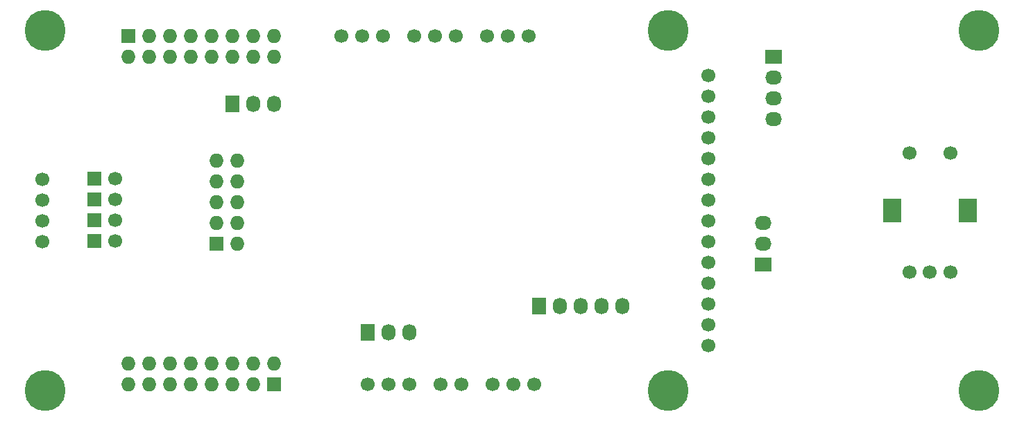
<source format=gbr>
G04 #@! TF.FileFunction,Soldermask,Bot*
%FSLAX46Y46*%
G04 Gerber Fmt 4.6, Leading zero omitted, Abs format (unit mm)*
G04 Created by KiCad (PCBNEW (2015-06-16 BZR 5762, Git d3b3131)-product) date 2015.07.11. 4:53:42*
%MOMM*%
G01*
G04 APERTURE LIST*
%ADD10C,0.100000*%
%ADD11C,5.001260*%
%ADD12C,1.700000*%
%ADD13R,2.300000X3.000000*%
%ADD14R,1.727200X1.727200*%
%ADD15O,1.727200X1.727200*%
%ADD16R,1.727200X2.032000*%
%ADD17O,1.727200X2.032000*%
%ADD18R,2.032000X1.727200*%
%ADD19O,2.032000X1.727200*%
%ADD20R,1.700000X1.700000*%
%ADD21C,5.000000*%
G04 APERTURE END LIST*
D10*
D11*
X147000000Y-77000000D03*
D12*
X141000000Y-62500000D03*
X138500000Y-62500000D03*
X143500000Y-62500000D03*
X138500000Y-48000000D03*
X143500000Y-48000000D03*
D13*
X136400000Y-55000000D03*
X145600000Y-55000000D03*
D14*
X43180000Y-33655000D03*
D15*
X43180000Y-36195000D03*
X45720000Y-33655000D03*
X45720000Y-36195000D03*
X48260000Y-33655000D03*
X48260000Y-36195000D03*
X50800000Y-33655000D03*
X50800000Y-36195000D03*
X53340000Y-33655000D03*
X53340000Y-36195000D03*
X55880000Y-33655000D03*
X55880000Y-36195000D03*
X58420000Y-33655000D03*
X58420000Y-36195000D03*
X60960000Y-33655000D03*
X60960000Y-36195000D03*
D12*
X71755000Y-33655000D03*
X74295000Y-33655000D03*
X69215000Y-33655000D03*
X90170000Y-76200000D03*
X87630000Y-76200000D03*
X92710000Y-76200000D03*
D16*
X93345000Y-66675000D03*
D17*
X95885000Y-66675000D03*
X98425000Y-66675000D03*
X100965000Y-66675000D03*
X103505000Y-66675000D03*
D12*
X83820000Y-76200000D03*
X81280000Y-76200000D03*
D16*
X55880000Y-41910000D03*
D17*
X58420000Y-41910000D03*
X60960000Y-41910000D03*
D18*
X121920000Y-36195000D03*
D19*
X121920000Y-38735000D03*
X121920000Y-41275000D03*
X121920000Y-43815000D03*
D12*
X80645000Y-33655000D03*
X83185000Y-33655000D03*
X78105000Y-33655000D03*
D14*
X60960000Y-76200000D03*
D15*
X60960000Y-73660000D03*
X58420000Y-76200000D03*
X58420000Y-73660000D03*
X55880000Y-76200000D03*
X55880000Y-73660000D03*
X53340000Y-76200000D03*
X53340000Y-73660000D03*
X50800000Y-76200000D03*
X50800000Y-73660000D03*
X48260000Y-76200000D03*
X48260000Y-73660000D03*
X45720000Y-76200000D03*
X45720000Y-73660000D03*
X43180000Y-76200000D03*
X43180000Y-73660000D03*
D14*
X53975000Y-59055000D03*
D15*
X56515000Y-59055000D03*
X53975000Y-56515000D03*
X56515000Y-56515000D03*
X53975000Y-53975000D03*
X56515000Y-53975000D03*
X53975000Y-51435000D03*
X56515000Y-51435000D03*
X53975000Y-48895000D03*
X56515000Y-48895000D03*
D12*
X74930000Y-76200000D03*
X72390000Y-76200000D03*
X77470000Y-76200000D03*
D16*
X72390000Y-69850000D03*
D17*
X74930000Y-69850000D03*
X77470000Y-69850000D03*
D12*
X89535000Y-33655000D03*
X92075000Y-33655000D03*
X86995000Y-33655000D03*
D20*
X39052500Y-58737500D03*
D12*
X41592500Y-58737500D03*
D20*
X39052500Y-56197500D03*
D12*
X41592500Y-56197500D03*
D20*
X39052500Y-53657500D03*
D12*
X41592500Y-53657500D03*
D20*
X39052500Y-51117500D03*
D12*
X41592500Y-51117500D03*
D18*
X120650000Y-61595000D03*
D19*
X120650000Y-59055000D03*
X120650000Y-56515000D03*
D21*
X33000000Y-77000000D03*
X33000000Y-33000000D03*
X109080000Y-33000000D03*
X109080000Y-77000000D03*
D12*
X114000000Y-71510000D03*
X114000000Y-68970000D03*
X114000000Y-66430000D03*
X114000000Y-63890000D03*
X114000000Y-61350000D03*
X114000000Y-58810000D03*
X114000000Y-56270000D03*
X114000000Y-53730000D03*
X114000000Y-51190000D03*
X114000000Y-48650000D03*
X114000000Y-46110000D03*
X114000000Y-43570000D03*
X114000000Y-41030000D03*
X114000000Y-38490000D03*
X32720000Y-56270000D03*
X32720000Y-58810000D03*
X32720000Y-53730000D03*
X32720000Y-51190000D03*
D11*
X147000000Y-33000000D03*
M02*

</source>
